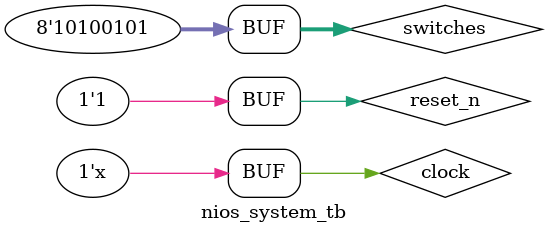
<source format=sv>
`timescale 1ns/1ns
module nios_system_tb();
    logic clock;
    logic reset_n;
    logic [7:0] switches;
    logic [7:0] leds;

    nios_system DUT
    (
		.clk_clk         (clock),       //      clk.clk
		.leds_export     (leds),        //     leds.export
		.reset_reset_n   (reset_n),     //    reset.reset_n
		.switches_export (switches)  	// switches.export
    );

    always begin
		#10 clock = ~clock;
    end

    initial begin
		clock = 0;
		reset_n = 0;
		#1000
		reset_n = 1;
		#800000
		switches = 8'b10101111;
		#5000
		if (leds == switches) begin
			$display("LEDs match the switches, PASS.");
		end else begin
			$display("LEDs don't match the switches, FAIL.");
		end
		switches = 8'b10100101;
		#5000
		if (leds == switches) begin
			$display("LEDs match the switches, PASS.");
		end else begin
			$display("LEDs don't match the switches, FAIL.");
		end
    end
endmodule

</source>
